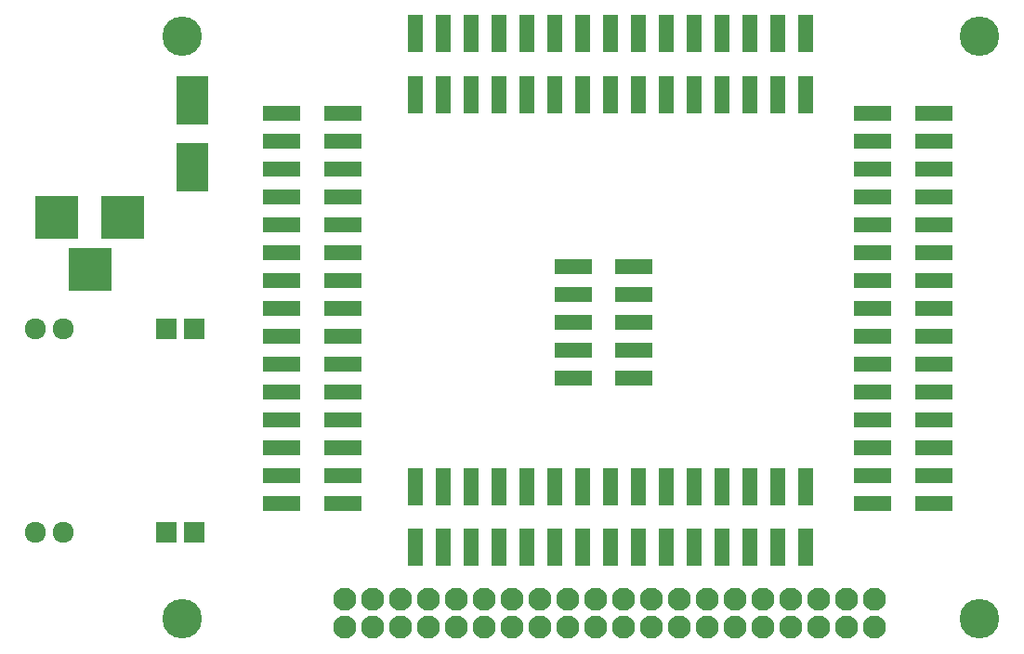
<source format=gts>
G04 #@! TF.FileFunction,Soldermask,Top*
%FSLAX46Y46*%
G04 Gerber Fmt 4.6, Leading zero omitted, Abs format (unit mm)*
G04 Created by KiCad (PCBNEW 4.0.6) date 06/24/17 11:35:38*
%MOMM*%
%LPD*%
G01*
G04 APERTURE LIST*
%ADD10C,0.100000*%
%ADD11R,1.924000X1.924000*%
%ADD12C,1.924000*%
%ADD13R,3.900000X3.900000*%
%ADD14C,3.600000*%
%ADD15R,2.900000X4.400000*%
%ADD16R,3.400000X1.400000*%
%ADD17R,1.400000X3.400000*%
%ADD18C,2.100000*%
G04 APERTURE END LIST*
D10*
D11*
X16637000Y11303000D03*
X14097000Y11303000D03*
D12*
X2159000Y11303000D03*
X4699000Y11303000D03*
D11*
X16637000Y29845000D03*
X14097000Y29845000D03*
D12*
X2159000Y29845000D03*
X4699000Y29845000D03*
D13*
X10160000Y40005000D03*
X4160000Y40005000D03*
X7160000Y35305000D03*
D14*
X15528000Y56533000D03*
X88252000Y56533000D03*
X88252000Y3478000D03*
D15*
X16510000Y44575000D03*
X16510000Y50675000D03*
D16*
X56745000Y25400000D03*
X51205000Y25400000D03*
X56745000Y27940000D03*
X51205000Y27940000D03*
X56745000Y30480000D03*
X51205000Y30480000D03*
X56745000Y33020000D03*
X51205000Y33020000D03*
X56745000Y35560000D03*
X51205000Y35560000D03*
D17*
X72390000Y56745000D03*
X72390000Y51205000D03*
X69850000Y56745000D03*
X69850000Y51205000D03*
X67310000Y56745000D03*
X67310000Y51205000D03*
X64770000Y56745000D03*
X64770000Y51205000D03*
X62230000Y56745000D03*
X62230000Y51205000D03*
X59690000Y56745000D03*
X59690000Y51205000D03*
X57150000Y56745000D03*
X57150000Y51205000D03*
X54610000Y56745000D03*
X54610000Y51205000D03*
X52070000Y56745000D03*
X52070000Y51205000D03*
X49530000Y56745000D03*
X49530000Y51205000D03*
X46990000Y56745000D03*
X46990000Y51205000D03*
X44450000Y56745000D03*
X44450000Y51205000D03*
X41910000Y56745000D03*
X41910000Y51205000D03*
X39370000Y56745000D03*
X39370000Y51205000D03*
X36830000Y56745000D03*
X36830000Y51205000D03*
X72390000Y15470000D03*
X72390000Y9930000D03*
X69850000Y15470000D03*
X69850000Y9930000D03*
X67310000Y15470000D03*
X67310000Y9930000D03*
X64770000Y15470000D03*
X64770000Y9930000D03*
X62230000Y15470000D03*
X62230000Y9930000D03*
X59690000Y15470000D03*
X59690000Y9930000D03*
X57150000Y15470000D03*
X57150000Y9930000D03*
X54610000Y15470000D03*
X54610000Y9930000D03*
X52070000Y15470000D03*
X52070000Y9930000D03*
X49530000Y15470000D03*
X49530000Y9930000D03*
X46990000Y15470000D03*
X46990000Y9930000D03*
X44450000Y15470000D03*
X44450000Y9930000D03*
X41910000Y15470000D03*
X41910000Y9930000D03*
X39370000Y15470000D03*
X39370000Y9930000D03*
X36830000Y15470000D03*
X36830000Y9930000D03*
D16*
X78510000Y49530000D03*
X84050000Y49530000D03*
X78510000Y46990000D03*
X84050000Y46990000D03*
X78510000Y44450000D03*
X84050000Y44450000D03*
X78510000Y41910000D03*
X84050000Y41910000D03*
X78510000Y39370000D03*
X84050000Y39370000D03*
X78510000Y36830000D03*
X84050000Y36830000D03*
X78510000Y34290000D03*
X84050000Y34290000D03*
X78510000Y31750000D03*
X84050000Y31750000D03*
X78510000Y29210000D03*
X84050000Y29210000D03*
X78510000Y26670000D03*
X84050000Y26670000D03*
X78510000Y24130000D03*
X84050000Y24130000D03*
X78510000Y21590000D03*
X84050000Y21590000D03*
X78510000Y19050000D03*
X84050000Y19050000D03*
X78510000Y16510000D03*
X84050000Y16510000D03*
X78510000Y13970000D03*
X84050000Y13970000D03*
X24662000Y49530000D03*
X30202000Y49530000D03*
X24662000Y46990000D03*
X30202000Y46990000D03*
X24662000Y44450000D03*
X30202000Y44450000D03*
X24662000Y41910000D03*
X30202000Y41910000D03*
X24662000Y39370000D03*
X30202000Y39370000D03*
X24662000Y36830000D03*
X30202000Y36830000D03*
X24662000Y34290000D03*
X30202000Y34290000D03*
X24662000Y31750000D03*
X30202000Y31750000D03*
X24662000Y29210000D03*
X30202000Y29210000D03*
X24662000Y26670000D03*
X30202000Y26670000D03*
X24662000Y24130000D03*
X30202000Y24130000D03*
X24662000Y21590000D03*
X30202000Y21590000D03*
X24662000Y19050000D03*
X30202000Y19050000D03*
X24662000Y16510000D03*
X30202000Y16510000D03*
X24662000Y13970000D03*
X30202000Y13970000D03*
D14*
X15528000Y3478000D03*
D18*
X30386000Y2690000D03*
X30385000Y5230000D03*
X32925000Y2690000D03*
X32925000Y5230000D03*
X35465000Y2690000D03*
X35465000Y5230000D03*
X38005000Y2690000D03*
X38005000Y5230000D03*
X40545000Y2690000D03*
X40545000Y5230000D03*
X43085000Y2690000D03*
X43085000Y5230000D03*
X45625000Y2690000D03*
X45625000Y5230000D03*
X48165000Y2690000D03*
X48165000Y5230000D03*
X50705000Y2690000D03*
X50705000Y5230000D03*
X53245000Y2690000D03*
X53245000Y5230000D03*
X55785000Y2690000D03*
X55785000Y5230000D03*
X58325000Y2690000D03*
X58325000Y5230000D03*
X60865000Y2690000D03*
X60865000Y5230000D03*
X63405000Y2690000D03*
X63405000Y5230000D03*
X65945000Y2690000D03*
X65945000Y5230000D03*
X68485000Y2690000D03*
X68485000Y5230000D03*
X71025000Y2690000D03*
X71025000Y5230000D03*
X73565000Y2690000D03*
X73565000Y5230000D03*
X76105000Y2690000D03*
X76105000Y5230000D03*
X78645000Y2690000D03*
X78645000Y5230000D03*
M02*

</source>
